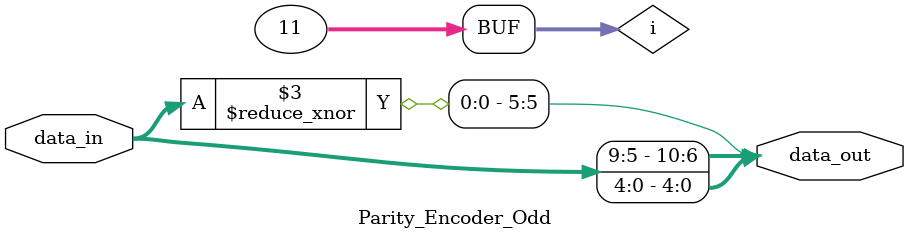
<source format=v>
module Parity_Encoder_Odd #(parameter N=10, parity_index=5) (input [N-1:0]data_in , output reg [N:0] data_out);

integer i;

always@(*) begin

    for(i=0;i<=N;i=i+1) begin
    
        if(i==parity_index) begin
            data_out[i]=~^data_in;
        end
        
        else if (i<parity_index) begin
            data_out[i]=data_in[i];
        end
        
        else if(i>parity_index) begin
            data_out[i]=data_in[i-1];
        end
        
    end

end

endmodule
</source>
